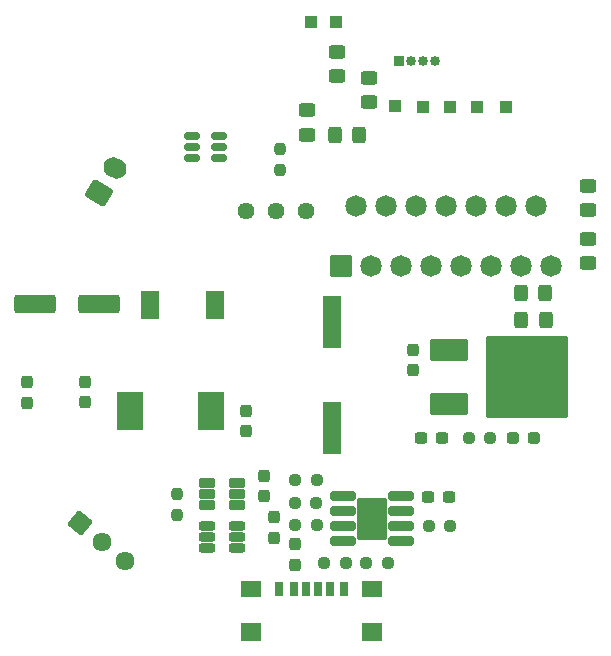
<source format=gbr>
%TF.GenerationSoftware,KiCad,Pcbnew,7.0.5-0*%
%TF.CreationDate,2024-11-24T15:49:56-05:00*%
%TF.ProjectId,PCB-diffDC,5043422d-6469-4666-9644-432e6b696361,rev?*%
%TF.SameCoordinates,Original*%
%TF.FileFunction,Soldermask,Top*%
%TF.FilePolarity,Negative*%
%FSLAX46Y46*%
G04 Gerber Fmt 4.6, Leading zero omitted, Abs format (unit mm)*
G04 Created by KiCad (PCBNEW 7.0.5-0) date 2024-11-24 15:49:56*
%MOMM*%
%LPD*%
G01*
G04 APERTURE LIST*
G04 Aperture macros list*
%AMRoundRect*
0 Rectangle with rounded corners*
0 $1 Rounding radius*
0 $2 $3 $4 $5 $6 $7 $8 $9 X,Y pos of 4 corners*
0 Add a 4 corners polygon primitive as box body*
4,1,4,$2,$3,$4,$5,$6,$7,$8,$9,$2,$3,0*
0 Add four circle primitives for the rounded corners*
1,1,$1+$1,$2,$3*
1,1,$1+$1,$4,$5*
1,1,$1+$1,$6,$7*
1,1,$1+$1,$8,$9*
0 Add four rect primitives between the rounded corners*
20,1,$1+$1,$2,$3,$4,$5,0*
20,1,$1+$1,$4,$5,$6,$7,0*
20,1,$1+$1,$6,$7,$8,$9,0*
20,1,$1+$1,$8,$9,$2,$3,0*%
%AMHorizOval*
0 Thick line with rounded ends*
0 $1 width*
0 $2 $3 position (X,Y) of the first rounded end (center of the circle)*
0 $4 $5 position (X,Y) of the second rounded end (center of the circle)*
0 Add line between two ends*
20,1,$1,$2,$3,$4,$5,0*
0 Add two circle primitives to create the rounded ends*
1,1,$1,$2,$3*
1,1,$1,$4,$5*%
G04 Aperture macros list end*
%ADD10RoundRect,0.237500X-0.237500X0.287500X-0.237500X-0.287500X0.237500X-0.287500X0.237500X0.287500X0*%
%ADD11C,1.440000*%
%ADD12RoundRect,0.250000X1.500000X0.550000X-1.500000X0.550000X-1.500000X-0.550000X1.500000X-0.550000X0*%
%ADD13R,1.500000X2.400000*%
%ADD14RoundRect,0.237500X0.287500X0.237500X-0.287500X0.237500X-0.287500X-0.237500X0.287500X-0.237500X0*%
%ADD15RoundRect,0.150000X0.512500X0.150000X-0.512500X0.150000X-0.512500X-0.150000X0.512500X-0.150000X0*%
%ADD16RoundRect,0.237500X-0.250000X-0.237500X0.250000X-0.237500X0.250000X0.237500X-0.250000X0.237500X0*%
%ADD17R,1.650000X4.500000*%
%ADD18RoundRect,0.250000X0.450000X-0.325000X0.450000X0.325000X-0.450000X0.325000X-0.450000X-0.325000X0*%
%ADD19R,1.000000X1.000000*%
%ADD20RoundRect,0.237500X-0.237500X0.300000X-0.237500X-0.300000X0.237500X-0.300000X0.237500X0.300000X0*%
%ADD21RoundRect,0.102000X-1.500000X-0.800000X1.500000X-0.800000X1.500000X0.800000X-1.500000X0.800000X0*%
%ADD22RoundRect,0.102000X-3.350000X-3.350000X3.350000X-3.350000X3.350000X3.350000X-3.350000X3.350000X0*%
%ADD23RoundRect,0.237500X-0.300000X-0.237500X0.300000X-0.237500X0.300000X0.237500X-0.300000X0.237500X0*%
%ADD24R,0.700000X1.200000*%
%ADD25R,0.760000X1.200000*%
%ADD26R,0.800000X1.200000*%
%ADD27R,1.800000X1.350000*%
%ADD28R,1.800000X1.500000*%
%ADD29R,2.250000X3.200000*%
%ADD30R,0.850000X0.850000*%
%ADD31O,0.850000X0.850000*%
%ADD32RoundRect,0.250000X-0.450000X0.325000X-0.450000X-0.325000X0.450000X-0.325000X0.450000X0.325000X0*%
%ADD33RoundRect,0.249500X0.457500X0.147500X-0.457500X0.147500X-0.457500X-0.147500X0.457500X-0.147500X0*%
%ADD34RoundRect,0.102000X0.810000X-0.810000X0.810000X0.810000X-0.810000X0.810000X-0.810000X-0.810000X0*%
%ADD35C,1.824000*%
%ADD36RoundRect,0.250000X0.333853X-0.900579X0.951898X0.128022X-0.333853X0.900579X-0.951898X-0.128022X0*%
%ADD37HorizOval,1.700000X-0.128575X0.077256X0.128575X-0.077256X0*%
%ADD38RoundRect,0.237500X0.237500X-0.300000X0.237500X0.300000X-0.237500X0.300000X-0.237500X-0.300000X0*%
%ADD39RoundRect,0.250000X0.325000X0.450000X-0.325000X0.450000X-0.325000X-0.450000X0.325000X-0.450000X0*%
%ADD40RoundRect,0.102000X-0.991818X-0.086773X0.086773X-0.991818X0.991818X0.086773X-0.086773X0.991818X0*%
%ADD41C,1.612000*%
%ADD42RoundRect,0.102000X-0.605000X-0.295000X0.605000X-0.295000X0.605000X0.295000X-0.605000X0.295000X0*%
%ADD43RoundRect,0.250000X-0.325000X-0.450000X0.325000X-0.450000X0.325000X0.450000X-0.325000X0.450000X0*%
%ADD44RoundRect,0.237500X0.237500X-0.250000X0.237500X0.250000X-0.237500X0.250000X-0.237500X-0.250000X0*%
%ADD45RoundRect,0.237500X0.300000X0.237500X-0.300000X0.237500X-0.300000X-0.237500X0.300000X-0.237500X0*%
%ADD46RoundRect,0.237500X-0.237500X0.250000X-0.237500X-0.250000X0.237500X-0.250000X0.237500X0.250000X0*%
%ADD47RoundRect,0.177000X0.910000X0.225000X-0.910000X0.225000X-0.910000X-0.225000X0.910000X-0.225000X0*%
%ADD48RoundRect,0.102000X1.206500X1.651000X-1.206500X1.651000X-1.206500X-1.651000X1.206500X-1.651000X0*%
G04 APERTURE END LIST*
D10*
%TO.C,D11*%
X112540000Y-81297500D03*
X112540000Y-83047500D03*
%TD*%
%TO.C,D10*%
X110710000Y-79010000D03*
X110710000Y-80760000D03*
%TD*%
D11*
%TO.C,R4*%
X113480000Y-53100000D03*
X110940000Y-53100000D03*
X108400000Y-53100000D03*
%TD*%
D12*
%TO.C,C4*%
X95930000Y-61010000D03*
X90530000Y-61010000D03*
%TD*%
D13*
%TO.C,L1*%
X100212250Y-61068500D03*
X105712250Y-61068500D03*
%TD*%
D14*
%TO.C,D17*%
X132725000Y-72310000D03*
X130975000Y-72310000D03*
%TD*%
D15*
%TO.C,U5*%
X106117500Y-48610000D03*
X106117500Y-47660000D03*
X106117500Y-46710000D03*
X103842500Y-46710000D03*
X103842500Y-47660000D03*
X103842500Y-48610000D03*
%TD*%
D16*
%TO.C,R9*%
X127246250Y-72297500D03*
X129071250Y-72297500D03*
%TD*%
D17*
%TO.C,C7*%
X115678750Y-62490000D03*
X115678750Y-71490000D03*
%TD*%
D18*
%TO.C,D6*%
X118818750Y-43882500D03*
X118818750Y-41832500D03*
%TD*%
%TO.C,D2*%
X137348750Y-52992500D03*
X137348750Y-50942500D03*
%TD*%
D19*
%TO.C,J10*%
X116030000Y-37070000D03*
%TD*%
D16*
%TO.C,R2*%
X118546250Y-82920000D03*
X120371250Y-82920000D03*
%TD*%
D20*
%TO.C,C9*%
X89842250Y-67603500D03*
X89842250Y-69328500D03*
%TD*%
D19*
%TO.C,J6*%
X125638750Y-44300000D03*
%TD*%
D16*
%TO.C,R1*%
X114986250Y-82890000D03*
X116811250Y-82890000D03*
%TD*%
D21*
%TO.C,U2*%
X125558750Y-64867500D03*
D22*
X132208750Y-67167500D03*
D21*
X125558750Y-69467500D03*
%TD*%
D23*
%TO.C,C8*%
X123806250Y-77290000D03*
X125531250Y-77290000D03*
%TD*%
D24*
%TO.C,J9*%
X113442250Y-85066000D03*
D25*
X115462250Y-85066000D03*
D26*
X116692250Y-85066000D03*
D24*
X114442250Y-85066000D03*
D25*
X112422250Y-85066000D03*
D26*
X111192250Y-85066000D03*
D27*
X108817250Y-85121000D03*
D28*
X108817250Y-88701000D03*
D27*
X119067250Y-85121000D03*
D28*
X119067250Y-88701000D03*
%TD*%
D19*
%TO.C,J3*%
X123378750Y-44270000D03*
%TD*%
D16*
%TO.C,R8*%
X112531250Y-75895000D03*
X114356250Y-75895000D03*
%TD*%
D29*
%TO.C,D9*%
X105452250Y-69998500D03*
X98552250Y-69998500D03*
%TD*%
D30*
%TO.C,J2*%
X121367250Y-40433500D03*
D31*
X122367250Y-40433500D03*
X123367250Y-40433500D03*
X124367250Y-40433500D03*
%TD*%
D32*
%TO.C,D8*%
X116068750Y-39657500D03*
X116068750Y-41707500D03*
%TD*%
D20*
%TO.C,C2*%
X122518750Y-64847500D03*
X122518750Y-66572500D03*
%TD*%
D33*
%TO.C,Q2*%
X107588750Y-81670000D03*
X107588750Y-80720000D03*
X107588750Y-79770000D03*
X105078750Y-79770000D03*
X105078750Y-80720000D03*
X105078750Y-81670000D03*
%TD*%
D34*
%TO.C,U1*%
X116418750Y-57770000D03*
D35*
X117688750Y-52690000D03*
X118958750Y-57770000D03*
X120228750Y-52690000D03*
X121498750Y-57770000D03*
X122768750Y-52690000D03*
X124038750Y-57770000D03*
X125308750Y-52690000D03*
X126578750Y-57770000D03*
X127848750Y-52690000D03*
X129118750Y-57770000D03*
X130388750Y-52690000D03*
X131658750Y-57770000D03*
X132928750Y-52690000D03*
X134198750Y-57770000D03*
%TD*%
D36*
%TO.C,J4*%
X95964838Y-51610558D03*
D37*
X97252433Y-49467640D03*
%TD*%
D19*
%TO.C,J11*%
X113840000Y-37060000D03*
%TD*%
D16*
%TO.C,R_PROG1*%
X123861250Y-79775000D03*
X125686250Y-79775000D03*
%TD*%
D38*
%TO.C,C5*%
X94752250Y-69267000D03*
X94752250Y-67542000D03*
%TD*%
D39*
%TO.C,D3*%
X133741250Y-62300000D03*
X131691250Y-62300000D03*
%TD*%
D19*
%TO.C,J8*%
X130368750Y-44300000D03*
%TD*%
D40*
%TO.C,SW1*%
X94287139Y-79541531D03*
D41*
X96202250Y-81148500D03*
X98117361Y-82755469D03*
%TD*%
D42*
%TO.C,U4*%
X105088750Y-76090000D03*
X105088750Y-77040000D03*
X105088750Y-77990000D03*
X107598750Y-77990000D03*
X107598750Y-77040000D03*
X107598750Y-76090000D03*
%TD*%
D18*
%TO.C,D7*%
X113558750Y-46632500D03*
X113558750Y-44582500D03*
%TD*%
D43*
%TO.C,D4*%
X131676250Y-60080000D03*
X133726250Y-60080000D03*
%TD*%
D16*
%TO.C,R5*%
X112516250Y-77860000D03*
X114341250Y-77860000D03*
%TD*%
D44*
%TO.C,R3*%
X111292250Y-49643500D03*
X111292250Y-47818500D03*
%TD*%
D18*
%TO.C,D1*%
X137348750Y-57522500D03*
X137348750Y-55472500D03*
%TD*%
D45*
%TO.C,C1*%
X124951250Y-72297500D03*
X123226250Y-72297500D03*
%TD*%
D20*
%TO.C,C6*%
X108388750Y-70037500D03*
X108388750Y-71762500D03*
%TD*%
D16*
%TO.C,R6*%
X112533750Y-79650000D03*
X114358750Y-79650000D03*
%TD*%
D46*
%TO.C,R7*%
X102503750Y-77017500D03*
X102503750Y-78842500D03*
%TD*%
D19*
%TO.C,J7*%
X127928750Y-44300000D03*
%TD*%
D38*
%TO.C,C10*%
X109858750Y-77252500D03*
X109858750Y-75527500D03*
%TD*%
D47*
%TO.C,U3*%
X121498750Y-81060000D03*
X121498750Y-79790000D03*
X121498750Y-78520000D03*
X121498750Y-77250000D03*
X116548750Y-77250000D03*
X116548750Y-78520000D03*
X116548750Y-79790000D03*
X116548750Y-81060000D03*
D48*
X119023750Y-79155000D03*
%TD*%
D43*
%TO.C,D5*%
X115896250Y-46650000D03*
X117946250Y-46650000D03*
%TD*%
D19*
%TO.C,J5*%
X120998750Y-44240000D03*
%TD*%
M02*

</source>
